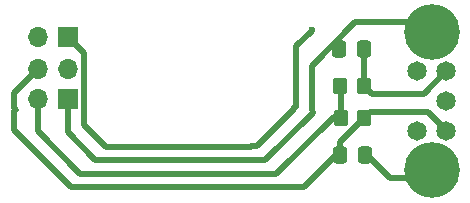
<source format=gbr>
%TF.GenerationSoftware,KiCad,Pcbnew,9.0.5*%
%TF.CreationDate,2025-10-23T12:45:04+01:00*%
%TF.ProjectId,Rotary Encoder,526f7461-7279-4204-956e-636f6465722e,rev?*%
%TF.SameCoordinates,Original*%
%TF.FileFunction,Copper,L1,Top*%
%TF.FilePolarity,Positive*%
%FSLAX46Y46*%
G04 Gerber Fmt 4.6, Leading zero omitted, Abs format (unit mm)*
G04 Created by KiCad (PCBNEW 9.0.5) date 2025-10-23 12:45:04*
%MOMM*%
%LPD*%
G01*
G04 APERTURE LIST*
G04 Aperture macros list*
%AMRoundRect*
0 Rectangle with rounded corners*
0 $1 Rounding radius*
0 $2 $3 $4 $5 $6 $7 $8 $9 X,Y pos of 4 corners*
0 Add a 4 corners polygon primitive as box body*
4,1,4,$2,$3,$4,$5,$6,$7,$8,$9,$2,$3,0*
0 Add four circle primitives for the rounded corners*
1,1,$1+$1,$2,$3*
1,1,$1+$1,$4,$5*
1,1,$1+$1,$6,$7*
1,1,$1+$1,$8,$9*
0 Add four rect primitives between the rounded corners*
20,1,$1+$1,$2,$3,$4,$5,0*
20,1,$1+$1,$4,$5,$6,$7,0*
20,1,$1+$1,$6,$7,$8,$9,0*
20,1,$1+$1,$8,$9,$2,$3,0*%
G04 Aperture macros list end*
%TA.AperFunction,ComponentPad*%
%ADD10R,1.700000X1.700000*%
%TD*%
%TA.AperFunction,ComponentPad*%
%ADD11O,1.700000X1.700000*%
%TD*%
%TA.AperFunction,SMDPad,CuDef*%
%ADD12RoundRect,0.250000X-0.350000X-0.450000X0.350000X-0.450000X0.350000X0.450000X-0.350000X0.450000X0*%
%TD*%
%TA.AperFunction,SMDPad,CuDef*%
%ADD13RoundRect,0.250000X-0.337500X-0.475000X0.337500X-0.475000X0.337500X0.475000X-0.337500X0.475000X0*%
%TD*%
%TA.AperFunction,ComponentPad*%
%ADD14C,1.650000*%
%TD*%
%TA.AperFunction,ComponentPad*%
%ADD15C,4.710000*%
%TD*%
%TA.AperFunction,SMDPad,CuDef*%
%ADD16RoundRect,0.250000X0.337500X0.475000X-0.337500X0.475000X-0.337500X-0.475000X0.337500X-0.475000X0*%
%TD*%
%TA.AperFunction,ViaPad*%
%ADD17C,0.600000*%
%TD*%
%TA.AperFunction,Conductor*%
%ADD18C,0.500000*%
%TD*%
%TA.AperFunction,Conductor*%
%ADD19C,0.200000*%
%TD*%
G04 APERTURE END LIST*
D10*
%TO.P,JK1,1,Pin_1*%
%TO.N,SWITCH*%
X115722400Y-112191800D03*
D11*
%TO.P,JK1,2,Pin_2*%
%TO.N,U3-40-PC9*%
X113182400Y-112191800D03*
%TD*%
D10*
%TO.P,J7,1,Pin_1*%
%TO.N,GND*%
X115733600Y-117454600D03*
D11*
%TO.P,J7,2,Pin_2*%
%TO.N,+5V*%
X113193600Y-117454600D03*
%TO.P,J7,3,Pin_3*%
%TO.N,ENC1*%
X115733600Y-114914600D03*
%TO.P,J7,4,Pin_4*%
%TO.N,ENC2*%
X113193600Y-114914600D03*
%TD*%
D12*
%TO.P,R1,1*%
%TO.N,+5V*%
X138801600Y-116332000D03*
%TO.P,R1,2*%
%TO.N,ENC1*%
X140801600Y-116332000D03*
%TD*%
%TO.P,R2,1*%
%TO.N,+5V*%
X138852400Y-119024400D03*
%TO.P,R2,2*%
%TO.N,ENC2*%
X140852400Y-119024400D03*
%TD*%
D13*
%TO.P,C2,1*%
%TO.N,ENC2*%
X138789500Y-122224800D03*
%TO.P,C2,2*%
%TO.N,GND*%
X140864500Y-122224800D03*
%TD*%
D14*
%TO.P,B1,1,A*%
%TO.N,ENC2*%
X147799600Y-120182000D03*
%TO.P,B1,2,C*%
%TO.N,GND*%
X147799600Y-117642000D03*
%TO.P,B1,3,B*%
%TO.N,ENC1*%
X147799600Y-115102000D03*
%TO.P,B1,4,E*%
%TO.N,SWITCH*%
X145299600Y-115102000D03*
%TO.P,B1,5,D*%
%TO.N,GND*%
X145299600Y-120182000D03*
D15*
%TO.P,B1,6,MH1*%
X146549600Y-111792000D03*
%TO.P,B1,7,MH2*%
X146549600Y-123492000D03*
%TD*%
D16*
%TO.P,C1,1*%
%TO.N,ENC1*%
X140813700Y-113182400D03*
%TO.P,C1,2*%
%TO.N,GND*%
X138738700Y-113182400D03*
%TD*%
D17*
%TO.N,SWITCH*%
X136448800Y-111633000D03*
%TD*%
D18*
%TO.N,SWITCH*%
X134924800Y-118287800D02*
X134924800Y-118135400D01*
X135102600Y-118135400D02*
X135102600Y-113004600D01*
X131749800Y-121462800D02*
X134924800Y-118287800D01*
X118948200Y-121488200D02*
X131241800Y-121488200D01*
X131241800Y-121488200D02*
X131267200Y-121462800D01*
D19*
X134924800Y-118135400D02*
X135102600Y-118135400D01*
D18*
X131267200Y-121462800D02*
X131749800Y-121462800D01*
X135102600Y-113004600D02*
X136448800Y-111658400D01*
X115722400Y-112191800D02*
X117119400Y-113588800D01*
D19*
X136448800Y-111658400D02*
X136448800Y-111633000D01*
D18*
X117119400Y-119659400D02*
X118948200Y-121488200D01*
X117119400Y-113588800D02*
X117119400Y-119659400D01*
%TO.N,GND*%
X141071600Y-122224800D02*
X143002000Y-124155200D01*
X115733600Y-117454600D02*
X115733600Y-120280200D01*
X146020200Y-110972600D02*
X146799600Y-111752000D01*
X115733600Y-120280200D02*
X118033800Y-122580400D01*
D19*
X140864500Y-122224800D02*
X141071600Y-122224800D01*
D18*
X136474200Y-118618000D02*
X136474200Y-118541800D01*
D19*
X138738700Y-112289500D02*
X138738700Y-113182400D01*
D18*
X132435600Y-122656600D02*
X136474200Y-118618000D01*
X118033800Y-122580400D02*
X132283200Y-122580400D01*
X146096400Y-124155200D02*
X146799600Y-123452000D01*
X140055600Y-110972600D02*
X136398000Y-114630200D01*
X136398000Y-114630200D02*
X136398000Y-118364000D01*
D19*
X140055600Y-110972600D02*
X138738700Y-112289500D01*
D18*
X143002000Y-124155200D02*
X146096400Y-124155200D01*
X140055600Y-110972600D02*
X146020200Y-110972600D01*
%TO.N,+5V*%
X138252200Y-118973600D02*
X133400800Y-123825000D01*
X138801600Y-116332000D02*
X138852400Y-116382800D01*
X138852400Y-116382800D02*
X138852400Y-118922800D01*
X133400800Y-123825000D02*
X116814600Y-123825000D01*
X138852400Y-118922800D02*
X138801600Y-118973600D01*
X138801600Y-118973600D02*
X138252200Y-118973600D01*
X113193600Y-120204000D02*
X113193600Y-119735600D01*
D19*
X138801600Y-118973600D02*
X138852400Y-119024400D01*
X113193600Y-120029200D02*
X113193600Y-119735600D01*
D18*
X113193600Y-117454600D02*
X113193600Y-120029200D01*
X116814600Y-123825000D02*
X113193600Y-120204000D01*
%TO.N,ENC1*%
X140813700Y-113182400D02*
X140813700Y-116319900D01*
X141462000Y-116992400D02*
X140801600Y-116332000D01*
X147799600Y-115102000D02*
X145909200Y-116992400D01*
D19*
X140813700Y-116319900D02*
X140801600Y-116332000D01*
D18*
X145909200Y-116992400D02*
X141462000Y-116992400D01*
%TO.N,ENC2*%
X138789500Y-122224800D02*
X138789500Y-121087300D01*
X147799600Y-120102000D02*
X146239400Y-118541800D01*
X111328200Y-118364000D02*
X111201200Y-118237000D01*
D19*
X111201200Y-118491000D02*
X111328200Y-118364000D01*
D18*
X146239400Y-118541800D02*
X141335000Y-118541800D01*
X111201200Y-120091200D02*
X111201200Y-118491000D01*
X111201200Y-116907000D02*
X111328200Y-116780000D01*
X138789500Y-121087300D02*
X140852400Y-119024400D01*
X141335000Y-118541800D02*
X140852400Y-119024400D01*
X111201200Y-118237000D02*
X111201200Y-116907000D01*
X135763000Y-124891800D02*
X116001800Y-124891800D01*
X116001800Y-124891800D02*
X111201200Y-120091200D01*
X111328200Y-116780000D02*
X113193600Y-114914600D01*
X138430000Y-122224800D02*
X135763000Y-124891800D01*
%TD*%
M02*

</source>
